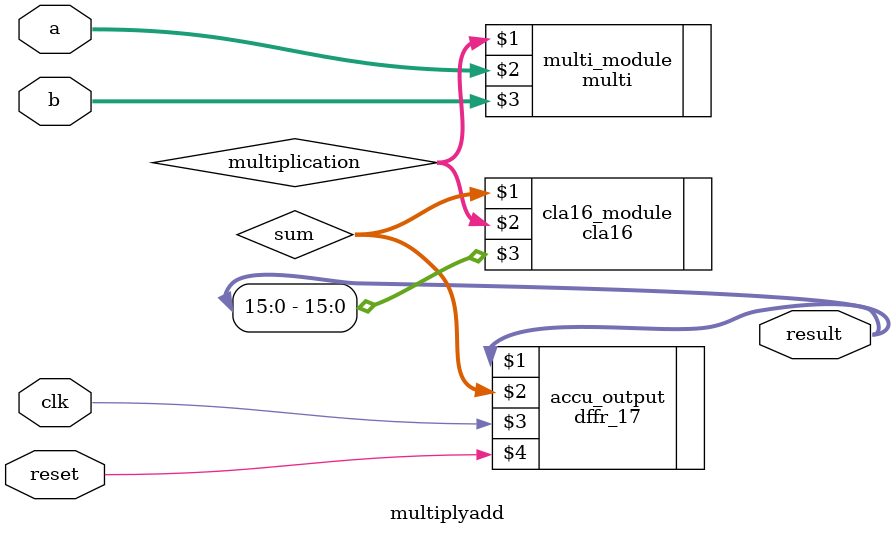
<source format=v>

module multiplyadd(result, a, b, reset, clk);

   output [16:0] result;
   input  [7:0] a;
   input  [7:0] b;
   input  reset;
   input  clk;
   
   wire [15:0] multiplication;
   wire [16:0] sum;

// Custom cell block:
   multi multi_module(multiplication, a, b);

   cla16 cla16_module(sum, multiplication, result[15:0]);

// Output register is 17-bits long to include Carry out in the result.
   dffr_17 accu_output(result, sum, clk, reset);

endmodule

</source>
